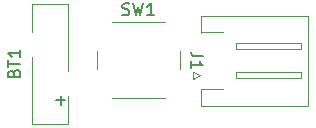
<source format=gbr>
G04 #@! TF.GenerationSoftware,KiCad,Pcbnew,(5.1.5-0-10_14)*
G04 #@! TF.CreationDate,2020-09-24T22:41:23+08:00*
G04 #@! TF.ProjectId,connector,636f6e6e-6563-4746-9f72-2e6b69636164,rev?*
G04 #@! TF.SameCoordinates,Original*
G04 #@! TF.FileFunction,Legend,Top*
G04 #@! TF.FilePolarity,Positive*
%FSLAX46Y46*%
G04 Gerber Fmt 4.6, Leading zero omitted, Abs format (unit mm)*
G04 Created by KiCad (PCBNEW (5.1.5-0-10_14)) date 2020-09-24 22:41:23*
%MOMM*%
%LPD*%
G04 APERTURE LIST*
%ADD10C,0.120000*%
%ADD11C,0.150000*%
G04 APERTURE END LIST*
D10*
X173508500Y-90225560D02*
X173508500Y-94035560D01*
X173508500Y-94035560D02*
X164388500Y-94045560D01*
X164448500Y-94085560D02*
X164448500Y-92665560D01*
X164448500Y-92625560D02*
X166288500Y-92615560D01*
X173508500Y-90225560D02*
X173508500Y-86415560D01*
X173508500Y-86415560D02*
X164408500Y-86425560D01*
X164408500Y-86425560D02*
X164408500Y-87845560D01*
X164388500Y-87825560D02*
X166288500Y-87835560D01*
X167398500Y-91725560D02*
X172898500Y-91725560D01*
X172898500Y-91725560D02*
X172898500Y-91225560D01*
X172898500Y-91225560D02*
X167398500Y-91225560D01*
X167398500Y-91225560D02*
X167398500Y-91725560D01*
X167398500Y-89225560D02*
X172898500Y-89225560D01*
X172898500Y-89225560D02*
X172898500Y-88725560D01*
X172898500Y-88725560D02*
X167398500Y-88725560D01*
X167398500Y-88725560D02*
X167398500Y-89225560D01*
X164298500Y-91475560D02*
X163698500Y-91775560D01*
X163698500Y-91775560D02*
X163698500Y-91175560D01*
X163698500Y-91175560D02*
X164298500Y-91475560D01*
X156851860Y-93411940D02*
X161351860Y-93411940D01*
X155601860Y-89411940D02*
X155601860Y-90911940D01*
X161351860Y-86911940D02*
X156851860Y-86911940D01*
X162601860Y-90911940D02*
X162601860Y-89411940D01*
X150100000Y-87810000D02*
X150100000Y-85385000D01*
X150100000Y-95605000D02*
X150100000Y-89930000D01*
X153170000Y-95605000D02*
X150100000Y-95605000D01*
X153170000Y-85385000D02*
X150100000Y-85385000D01*
X153170000Y-91060000D02*
X153170000Y-85385000D01*
X153170000Y-95605000D02*
X153170000Y-93180000D01*
D11*
X164586119Y-89862226D02*
X163871833Y-89862226D01*
X163728976Y-89814607D01*
X163633738Y-89719369D01*
X163586119Y-89576512D01*
X163586119Y-89481274D01*
X163586119Y-90862226D02*
X163586119Y-90290798D01*
X163586119Y-90576512D02*
X164586119Y-90576512D01*
X164443261Y-90481274D01*
X164348023Y-90386036D01*
X164300404Y-90290798D01*
X157768526Y-86316701D02*
X157911383Y-86364320D01*
X158149479Y-86364320D01*
X158244717Y-86316701D01*
X158292336Y-86269082D01*
X158339955Y-86173844D01*
X158339955Y-86078606D01*
X158292336Y-85983368D01*
X158244717Y-85935749D01*
X158149479Y-85888130D01*
X157959002Y-85840511D01*
X157863764Y-85792892D01*
X157816145Y-85745273D01*
X157768526Y-85650035D01*
X157768526Y-85554797D01*
X157816145Y-85459559D01*
X157863764Y-85411940D01*
X157959002Y-85364320D01*
X158197098Y-85364320D01*
X158339955Y-85411940D01*
X158673288Y-85364320D02*
X158911383Y-86364320D01*
X159101860Y-85650035D01*
X159292336Y-86364320D01*
X159530431Y-85364320D01*
X160435193Y-86364320D02*
X159863764Y-86364320D01*
X160149479Y-86364320D02*
X160149479Y-85364320D01*
X160054240Y-85507178D01*
X159959002Y-85602416D01*
X159863764Y-85650035D01*
X148588571Y-91280714D02*
X148636190Y-91137857D01*
X148683809Y-91090238D01*
X148779047Y-91042619D01*
X148921904Y-91042619D01*
X149017142Y-91090238D01*
X149064761Y-91137857D01*
X149112380Y-91233095D01*
X149112380Y-91614047D01*
X148112380Y-91614047D01*
X148112380Y-91280714D01*
X148160000Y-91185476D01*
X148207619Y-91137857D01*
X148302857Y-91090238D01*
X148398095Y-91090238D01*
X148493333Y-91137857D01*
X148540952Y-91185476D01*
X148588571Y-91280714D01*
X148588571Y-91614047D01*
X148112380Y-90756904D02*
X148112380Y-90185476D01*
X149112380Y-90471190D02*
X148112380Y-90471190D01*
X149112380Y-89328333D02*
X149112380Y-89899761D01*
X149112380Y-89614047D02*
X148112380Y-89614047D01*
X148255238Y-89709285D01*
X148350476Y-89804523D01*
X148398095Y-89899761D01*
X152531428Y-93960952D02*
X152531428Y-93199047D01*
X152912380Y-93580000D02*
X152150476Y-93580000D01*
M02*

</source>
